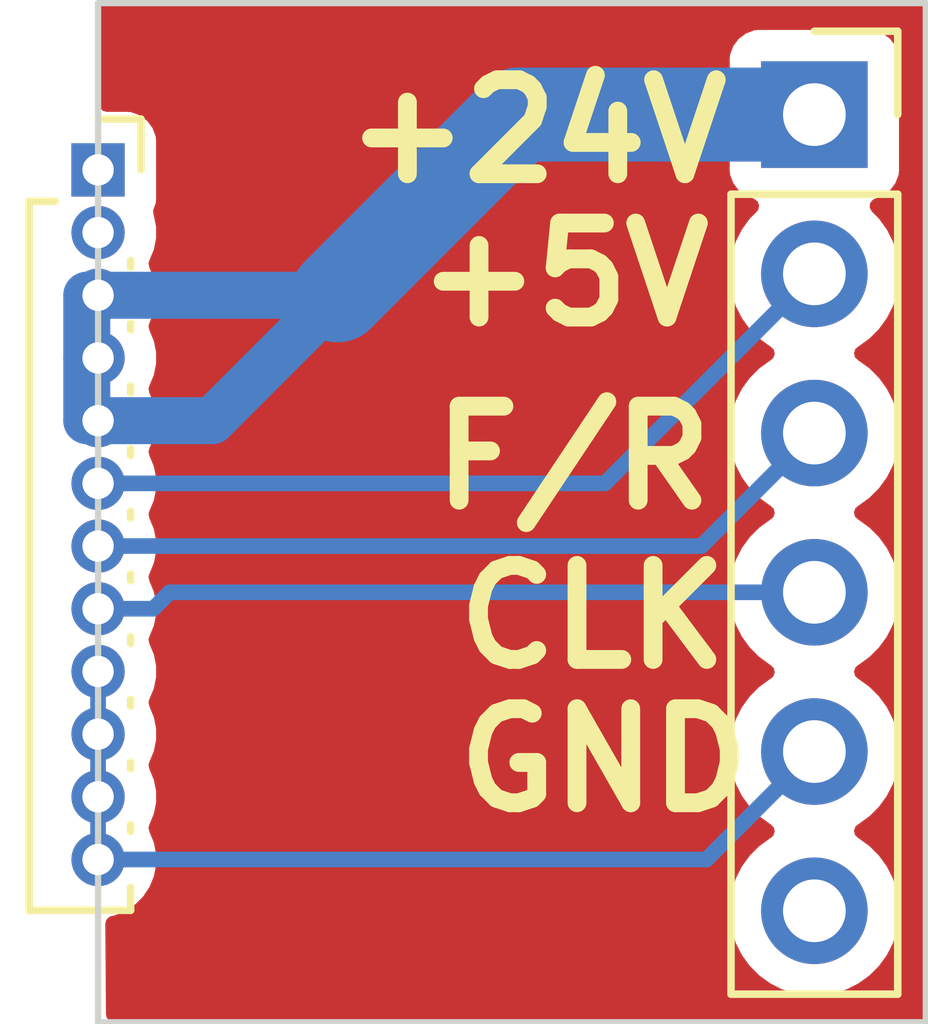
<source format=kicad_pcb>
(kicad_pcb (version 20241229) (generator "pcbnew") (generator_version "9.0")
  (layers (0 "F.Cu" signal) (2 "B.Cu" signal) (13 "F.Paste" user) (15 "B.Paste" user) (5 "F.SilkS" user "F.Silkscreen") (7 "B.SilkS" user "B.Silkscreen") (1 "F.Mask" user) (3 "B.Mask" user) (25 "Edge.Cuts" user))
  (net 0 "")
  (footprint "Connector_PinSocket_1.00mm:PinSocket_1x12_P1.00mm_Vertical" (layer "F.Cu") (at 106.68 56)
    (property "Reference" "REF**" (hide yes))
    (property "Value" "PinSocket_1x12_P1.00mm_Vertical" (hide yes))
    (fp_line (start -1.1 0.5) (end -1.1 11.81) (stroke (width 0.12)) (layer "F.SilkS"))
    (fp_line (start -1.1 0.5) (end -0.685 0.5) (stroke (width 0.12)) (layer "F.SilkS"))
    (fp_line (start -1.1 11.81) (end 0.52 11.81) (stroke (width 0.12)) (layer "F.SilkS"))
    (fp_line (start 0 -0.81) (end 0.685 -0.81) (stroke (width 0.12)) (layer "F.SilkS"))
    (fp_line (start 0.52 1.445898) (end 0.52 1.554102) (stroke (width 0.12)) (layer "F.SilkS"))
    (fp_line (start 0.52 2.445898) (end 0.52 2.554102) (stroke (width 0.12)) (layer "F.SilkS"))
    (fp_line (start 0.52 3.445898) (end 0.52 3.554102) (stroke (width 0.12)) (layer "F.SilkS"))
    (fp_line (start 0.52 4.445898) (end 0.52 4.554102) (stroke (width 0.12)) (layer "F.SilkS"))
    (fp_line (start 0.52 5.445898) (end 0.52 5.554102) (stroke (width 0.12)) (layer "F.SilkS"))
    (fp_line (start 0.52 6.445898) (end 0.52 6.554102) (stroke (width 0.12)) (layer "F.SilkS"))
    (fp_line (start 0.52 7.445898) (end 0.52 7.554102) (stroke (width 0.12)) (layer "F.SilkS"))
    (fp_line (start 0.52 8.445898) (end 0.52 8.554102) (stroke (width 0.12)) (layer "F.SilkS"))
    (fp_line (start 0.52 9.445898) (end 0.52 9.554102) (stroke (width 0.12)) (layer "F.SilkS"))
    (fp_line (start 0.52 10.445898) (end 0.52 10.554102) (stroke (width 0.12)) (layer "F.SilkS"))
    (fp_line (start 0.52 11.445898) (end 0.52 11.81) (stroke (width 0.12)) (layer "F.SilkS"))
    (fp_line (start 0.685 -0.81) (end 0.685 0) (stroke (width 0.12)) (layer "F.SilkS"))
    (pad "1" thru_hole rect (at 0 0) (size 0.85 0.85) (drill 0.5) (layers "*.Cu" "*.Mask"))
    (pad "2" thru_hole oval (at 0 1) (size 0.85 0.85) (drill 0.5) (layers "*.Cu" "*.Mask"))
    (pad "3" thru_hole oval (at 0 2) (size 0.85 0.85) (drill 0.5) (layers "*.Cu" "*.Mask"))
    (pad "4" thru_hole oval (at 0 3) (size 0.85 0.85) (drill 0.5) (layers "*.Cu" "*.Mask"))
    (pad "5" thru_hole oval (at 0 4) (size 0.85 0.85) (drill 0.5) (layers "*.Cu" "*.Mask"))
    (pad "6" thru_hole oval (at 0 5) (size 0.85 0.85) (drill 0.5) (layers "*.Cu" "*.Mask"))
    (pad "7" thru_hole oval (at 0 6) (size 0.85 0.85) (drill 0.5) (layers "*.Cu" "*.Mask"))
    (pad "8" thru_hole oval (at 0 7) (size 0.85 0.85) (drill 0.5) (layers "*.Cu" "*.Mask"))
    (pad "9" thru_hole oval (at 0 8) (size 0.85 0.85) (drill 0.5) (layers "*.Cu" "*.Mask"))
    (pad "10" thru_hole oval (at 0 9) (size 0.85 0.85) (drill 0.5) (layers "*.Cu" "*.Mask"))
    (pad "11" thru_hole oval (at 0 10) (size 0.85 0.85) (drill 0.5) (layers "*.Cu" "*.Mask"))
    (pad "12" thru_hole oval (at 0 11) (size 0.85 0.85) (drill 0.5) (layers "*.Cu" "*.Mask"))
  )
  (footprint "Connector_PinSocket_2.54mm:PinSocket_1x06_P2.54mm_Vertical" (layer "F.Cu") (at 118.11 55.118)
    (property "Reference" "REF**" (hide yes))
    (property "Value" "PinSocket_1x06_P2.54mm_Vertical" (hide yes))
    (fp_line (start -1.33 1.27) (end -1.33 14.03) (stroke (width 0.12)) (layer "F.SilkS"))
    (fp_line (start -1.33 1.27) (end 1.33 1.27) (stroke (width 0.12)) (layer "F.SilkS"))
    (fp_line (start -1.33 14.03) (end 1.33 14.03) (stroke (width 0.12)) (layer "F.SilkS"))
    (fp_line (start 0 -1.33) (end 1.33 -1.33) (stroke (width 0.12)) (layer "F.SilkS"))
    (fp_line (start 1.33 -1.33) (end 1.33 0) (stroke (width 0.12)) (layer "F.SilkS"))
    (fp_line (start 1.33 1.27) (end 1.33 14.03) (stroke (width 0.12)) (layer "F.SilkS"))
    (pad "1" thru_hole rect (at 0 0) (size 1.7 1.7) (drill 1) (layers "*.Cu" "*.Mask"))
    (pad "2" thru_hole oval (at 0 2.54) (size 1.7 1.7) (drill 1) (layers "*.Cu" "*.Mask"))
    (pad "3" thru_hole oval (at 0 5.08) (size 1.7 1.7) (drill 1) (layers "*.Cu" "*.Mask"))
    (pad "4" thru_hole oval (at 0 7.62) (size 1.7 1.7) (drill 1) (layers "*.Cu" "*.Mask"))
    (pad "5" thru_hole oval (at 0 10.16) (size 1.7 1.7) (drill 1) (layers "*.Cu" "*.Mask"))
    (pad "6" thru_hole oval (at 0 12.7) (size 1.7 1.7) (drill 1) (layers "*.Cu" "*.Mask"))
  )
  (gr_line (start 119.888 53.34) (end 119.888 69.596) (stroke (width 0.1)) (layer "Edge.Cuts"))
  (gr_line (start 106.68 53.34) (end 119.888 53.34) (stroke (width 0.1)) (layer "Edge.Cuts"))
  (gr_line (start 119.888 69.596) (end 106.68 69.596) (stroke (width 0.1)) (layer "Edge.Cuts"))
  (gr_line (start 106.68 69.596) (end 106.68 53.34) (stroke (width 0.1)) (layer "Edge.Cuts"))
  (gr_text "+5V" (at 111.633 58.547 0) (layer "F.SilkS") (effects (font (size 1.5 1.5) (thickness 0.3) (bold yes)) (justify left bottom)))
  (gr_text "+24V" (at 110.49 56.261 0) (layer "F.SilkS") (effects (font (size 1.5 1.5) (thickness 0.3) (bold yes)) (justify left bottom)))
  (gr_text "F/R" (at 111.887 61.468 0) (layer "F.SilkS") (effects (font (size 1.5 1.5) (thickness 0.3) (bold yes)) (justify left bottom)))
  (gr_text "CLK" (at 112.268 64.008 0) (layer "F.SilkS") (effects (font (size 1.5 1.5) (thickness 0.3) (bold yes)) (justify left bottom)))
  (gr_text "GND" (at 112.268 66.294 0) (layer "F.SilkS") (effects (font (size 1.5 1.5) (thickness 0.3) (bold yes)) (justify left bottom)))
  (segment (start 118.11 62.738) (end 107.823 62.738) (width 0.25) (layer "B.Cu") (net 0))
  (segment (start 114.768 61) (end 118.11 57.658) (width 0.25) (layer "B.Cu") (net 0))
  (segment (start 106.5 59) (end 106.5 58) (width 0.75) (layer "B.Cu") (net 0))
  (segment (start 110.5 58) (end 108.5 60) (width 0.75) (layer "B.Cu") (net 0))
  (segment (start 108.5 60) (end 106.5 60) (width 0.75) (layer "B.Cu") (net 0))
  (segment (start 116.308 62) (end 106.68 62) (width 0.25) (layer "B.Cu") (net 0))
  (segment (start 113.382 55.118) (end 118.11 55.118) (width 1.5) (layer "B.Cu") (net 0))
  (segment (start 106.68 61) (end 114.768 61) (width 0.25) (layer "B.Cu") (net 0))
  (segment (start 106.5 58) (end 110.5 58) (width 0.75) (layer "B.Cu") (net 0))
  (segment (start 106.68 64) (end 106.68 65) (width 0.25) (layer "B.Cu") (net 0))
  (segment (start 106.5 60) (end 106.5 59) (width 0.75) (layer "B.Cu") (net 0))
  (segment (start 118.11 60.198) (end 116.308 62) (width 0.25) (layer "B.Cu") (net 0))
  (segment (start 106.68 65) (end 106.68 67) (width 0.25) (layer "B.Cu") (net 0))
  (segment (start 110.5 58) (end 113.382 55.118) (width 1.5) (layer "B.Cu") (net 0))
  (segment (start 116.388 67) (end 106.68 67) (width 0.25) (layer "B.Cu") (net 0))
  (segment (start 107.823 62.738) (end 107.561 63) (width 0.25) (layer "B.Cu") (net 0))
  (segment (start 118.11 65.278) (end 116.388 67) (width 0.25) (layer "B.Cu") (net 0))
  (segment (start 107.561 63) (end 106.68 63) (width 0.25) (layer "B.Cu") (net 0))
  (zone (net 0) (net_name "") (layer "F.Cu") (connect_pads (clearance 0.5)) (min_thickness 0.25) (fill yes (thermal_gap 0.5) (thermal_bridge_width 0.5) (island_removal_mode 1) (island_area_min 10))
    (polygon (pts (xy 106.68 53.34) (xy 119.888 53.34) (xy 119.888 69.596) (xy 106.807 69.596) (xy 106.68 53.34)))
  )
)
</source>
